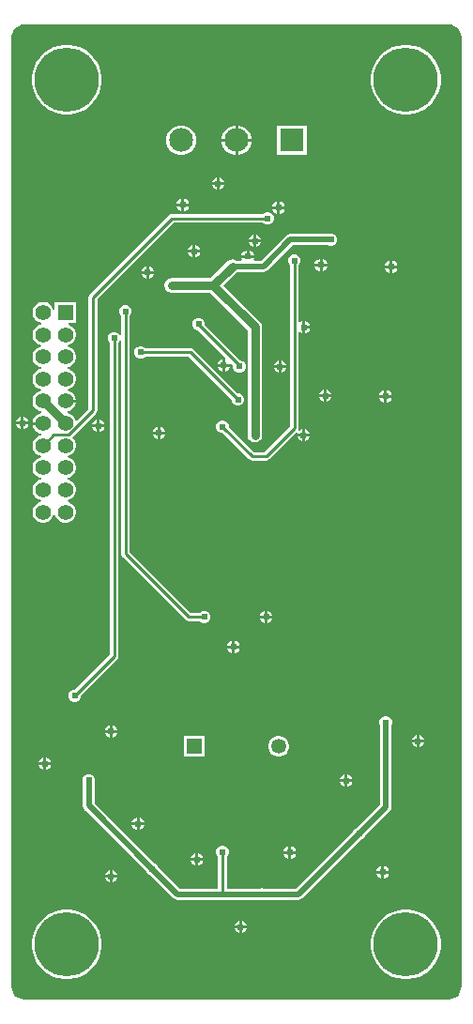
<source format=gbr>
%TF.GenerationSoftware,Altium Limited,Altium Designer,23.10.1 (27)*%
G04 Layer_Physical_Order=2*
G04 Layer_Color=16711680*
%FSLAX45Y45*%
%MOMM*%
%TF.SameCoordinates,69DA4DD4-9858-4DDA-A9D3-A0AF371EC053*%
%TF.FilePolarity,Positive*%
%TF.FileFunction,Copper,L2,Bot,Signal*%
%TF.Part,Single*%
G01*
G75*
%TA.AperFunction,Conductor*%
%ADD30C,0.25400*%
%ADD31C,0.76200*%
%ADD32C,0.50800*%
%TA.AperFunction,ComponentPad*%
%ADD33C,2.15000*%
%ADD34R,2.15000X2.15000*%
%ADD35C,5.80000*%
%ADD36R,1.35000X1.35000*%
%ADD37C,1.35000*%
%ADD38R,1.40000X1.40000*%
%ADD39C,1.40000*%
%TA.AperFunction,ViaPad*%
%ADD40C,0.60960*%
G36*
X3974044Y8795317D02*
X3997157Y8785743D01*
X4017958Y8771845D01*
X4035647Y8754155D01*
X4049546Y8733354D01*
X4059119Y8710242D01*
X4064000Y8685706D01*
Y8673198D01*
Y128637D01*
Y116129D01*
X4059119Y91593D01*
X4049546Y68480D01*
X4035647Y47680D01*
X4017958Y29990D01*
X3997157Y16091D01*
X3974044Y6518D01*
X3949508Y1637D01*
X3937000Y1638D01*
X114492D01*
X89955Y6518D01*
X66843Y16091D01*
X46042Y29990D01*
X28352Y47680D01*
X14454Y68480D01*
X4880Y91593D01*
X0Y116129D01*
Y128638D01*
Y8673198D01*
Y8685706D01*
X4880Y8710242D01*
X14454Y8733354D01*
X28352Y8754155D01*
X46042Y8771845D01*
X66843Y8785743D01*
X89955Y8795317D01*
X114492Y8800198D01*
X3949508D01*
X3974044Y8795317D01*
D02*
G37*
%LPC*%
G36*
X3584822Y8615400D02*
X3535178D01*
X3486144Y8607634D01*
X3438928Y8592292D01*
X3394694Y8569754D01*
X3354531Y8540573D01*
X3319426Y8505469D01*
X3290246Y8465306D01*
X3267707Y8421072D01*
X3252366Y8373856D01*
X3244600Y8324822D01*
Y8275178D01*
X3252366Y8226144D01*
X3267707Y8178928D01*
X3290246Y8134694D01*
X3319426Y8094531D01*
X3354531Y8059426D01*
X3394694Y8030246D01*
X3438928Y8007707D01*
X3486144Y7992366D01*
X3535178Y7984600D01*
X3584822D01*
X3633856Y7992366D01*
X3681072Y8007707D01*
X3725306Y8030246D01*
X3765469Y8059426D01*
X3800574Y8094531D01*
X3829754Y8134694D01*
X3852293Y8178928D01*
X3867634Y8226144D01*
X3875400Y8275178D01*
Y8324822D01*
X3867634Y8373856D01*
X3852293Y8421072D01*
X3829754Y8465306D01*
X3800574Y8505469D01*
X3765469Y8540573D01*
X3725306Y8569754D01*
X3681072Y8592292D01*
X3633856Y8607634D01*
X3584822Y8615400D01*
D02*
G37*
G36*
X524822D02*
X475178D01*
X426144Y8607634D01*
X378928Y8592292D01*
X334694Y8569754D01*
X294531Y8540573D01*
X259426Y8505469D01*
X230246Y8465306D01*
X207707Y8421072D01*
X192366Y8373856D01*
X184600Y8324822D01*
Y8275178D01*
X192366Y8226144D01*
X207707Y8178928D01*
X230246Y8134694D01*
X259426Y8094531D01*
X294531Y8059426D01*
X334694Y8030246D01*
X378928Y8007707D01*
X426144Y7992366D01*
X475178Y7984600D01*
X524822D01*
X573856Y7992366D01*
X621072Y8007707D01*
X665306Y8030246D01*
X705469Y8059426D01*
X740574Y8094531D01*
X769754Y8134694D01*
X792293Y8178928D01*
X807634Y8226144D01*
X815400Y8275178D01*
Y8324822D01*
X807634Y8373856D01*
X792293Y8421072D01*
X769754Y8465306D01*
X740574Y8505469D01*
X705469Y8540573D01*
X665306Y8569754D01*
X621072Y8592292D01*
X573856Y8607634D01*
X524822Y8615400D01*
D02*
G37*
G36*
X2049497Y7886300D02*
X2044700D01*
Y7766100D01*
X2164900D01*
Y7770897D01*
X2155843Y7804698D01*
X2138346Y7835003D01*
X2113603Y7859747D01*
X2083298Y7877243D01*
X2049497Y7886300D01*
D02*
G37*
G36*
X2019300D02*
X2014503D01*
X1980702Y7877243D01*
X1950397Y7859747D01*
X1925654Y7835003D01*
X1908157Y7804698D01*
X1899100Y7770897D01*
Y7766100D01*
X2019300D01*
Y7886300D01*
D02*
G37*
G36*
X2664900D02*
X2399100D01*
Y7620500D01*
X2664900D01*
Y7886300D01*
D02*
G37*
G36*
X2164900Y7740700D02*
X2044700D01*
Y7620500D01*
X2049497D01*
X2083298Y7629557D01*
X2113603Y7647054D01*
X2138346Y7671797D01*
X2155843Y7702102D01*
X2164900Y7735904D01*
Y7740700D01*
D02*
G37*
G36*
X2019300D02*
X1899100D01*
Y7735904D01*
X1908157Y7702102D01*
X1925654Y7671797D01*
X1950397Y7647054D01*
X1980702Y7629557D01*
X2014503Y7620500D01*
X2019300D01*
Y7740700D01*
D02*
G37*
G36*
X1549497Y7886300D02*
X1514503D01*
X1480702Y7877243D01*
X1450397Y7859747D01*
X1425653Y7835003D01*
X1408157Y7804698D01*
X1399100Y7770897D01*
Y7735904D01*
X1408157Y7702102D01*
X1425653Y7671797D01*
X1450397Y7647054D01*
X1480702Y7629557D01*
X1514503Y7620500D01*
X1549497D01*
X1583298Y7629557D01*
X1613603Y7647054D01*
X1638346Y7671797D01*
X1655843Y7702102D01*
X1664900Y7735904D01*
Y7770897D01*
X1655843Y7804698D01*
X1638346Y7835003D01*
X1613603Y7859747D01*
X1583298Y7877243D01*
X1549497Y7886300D01*
D02*
G37*
G36*
X1878801Y7418148D02*
Y7375624D01*
X1921325D01*
X1913474Y7394578D01*
X1897755Y7410297D01*
X1878801Y7418148D01*
D02*
G37*
G36*
X1853401D02*
X1834448Y7410297D01*
X1818729Y7394578D01*
X1810878Y7375624D01*
X1853401D01*
Y7418148D01*
D02*
G37*
G36*
X1921325Y7350224D02*
X1878801D01*
Y7307700D01*
X1897755Y7315551D01*
X1913474Y7331271D01*
X1921325Y7350224D01*
D02*
G37*
G36*
X1853401D02*
X1810878D01*
X1818729Y7331271D01*
X1834448Y7315551D01*
X1853401Y7307700D01*
Y7350224D01*
D02*
G37*
G36*
X1561301Y7227648D02*
Y7185124D01*
X1603825D01*
X1595974Y7204078D01*
X1580255Y7219797D01*
X1561301Y7227648D01*
D02*
G37*
G36*
X1535901D02*
X1516948Y7219797D01*
X1501229Y7204078D01*
X1493378Y7185124D01*
X1535901D01*
Y7227648D01*
D02*
G37*
G36*
X2424901Y7202248D02*
Y7159724D01*
X2467425D01*
X2459574Y7178678D01*
X2443855Y7194397D01*
X2424901Y7202248D01*
D02*
G37*
G36*
X2399501D02*
X2380548Y7194397D01*
X2364829Y7178678D01*
X2356978Y7159724D01*
X2399501D01*
Y7202248D01*
D02*
G37*
G36*
X1603825Y7159724D02*
X1561301D01*
Y7117200D01*
X1580255Y7125051D01*
X1595974Y7140771D01*
X1603825Y7159724D01*
D02*
G37*
G36*
X1535901D02*
X1493378D01*
X1501229Y7140771D01*
X1516948Y7125051D01*
X1535901Y7117200D01*
Y7159724D01*
D02*
G37*
G36*
X2467425Y7134324D02*
X2424901D01*
Y7091800D01*
X2443855Y7099651D01*
X2459574Y7115371D01*
X2467425Y7134324D01*
D02*
G37*
G36*
X2399501D02*
X2356978D01*
X2364829Y7115371D01*
X2380548Y7099651D01*
X2399501Y7091800D01*
Y7134324D01*
D02*
G37*
G36*
X2322515Y7104380D02*
X2300285D01*
X2279747Y7095873D01*
X2271220Y7087347D01*
X1447800D01*
X1432934Y7084389D01*
X1420331Y7075969D01*
X709131Y6364769D01*
X700711Y6352166D01*
X697753Y6337300D01*
Y5330775D01*
X590776Y5223797D01*
X578508Y5227084D01*
X575899Y5236823D01*
X563339Y5258577D01*
X545577Y5276339D01*
X523823Y5288898D01*
X506926Y5293426D01*
Y5306574D01*
X523823Y5311102D01*
X545577Y5323661D01*
X563339Y5341423D01*
X575899Y5363177D01*
X582362Y5387300D01*
X487000D01*
Y5412700D01*
X582362D01*
X575899Y5436823D01*
X563339Y5458577D01*
X545577Y5476339D01*
X523823Y5488899D01*
X506927Y5493426D01*
Y5506574D01*
X523823Y5511102D01*
X545577Y5523661D01*
X563339Y5541423D01*
X575899Y5563177D01*
X582400Y5587440D01*
Y5612560D01*
X575899Y5636823D01*
X563339Y5658577D01*
X545577Y5676339D01*
X523823Y5688898D01*
X506926Y5693426D01*
Y5706574D01*
X523823Y5711102D01*
X545577Y5723661D01*
X563339Y5741423D01*
X575899Y5763177D01*
X582400Y5787441D01*
Y5812560D01*
X575899Y5836823D01*
X563339Y5858577D01*
X545577Y5876339D01*
X523823Y5888899D01*
X506926Y5893426D01*
Y5906574D01*
X523823Y5911102D01*
X545577Y5923661D01*
X563339Y5941423D01*
X575899Y5963177D01*
X582400Y5987441D01*
Y6012560D01*
X575899Y6036823D01*
X563339Y6058577D01*
X545577Y6076339D01*
X523823Y6088899D01*
X512621Y6091900D01*
X514293Y6104600D01*
X582400D01*
Y6295400D01*
X391600D01*
Y6227292D01*
X378900Y6225621D01*
X375898Y6236823D01*
X363339Y6258577D01*
X345577Y6276339D01*
X323823Y6288899D01*
X299559Y6295400D01*
X274440D01*
X250177Y6288899D01*
X228423Y6276339D01*
X210661Y6258577D01*
X198101Y6236823D01*
X191600Y6212560D01*
Y6187441D01*
X198101Y6163177D01*
X210661Y6141423D01*
X228423Y6123661D01*
X250177Y6111102D01*
X267073Y6106574D01*
Y6093426D01*
X250177Y6088899D01*
X228423Y6076339D01*
X210661Y6058577D01*
X198101Y6036823D01*
X191600Y6012560D01*
Y5987441D01*
X198101Y5963177D01*
X210661Y5941423D01*
X228423Y5923661D01*
X250177Y5911102D01*
X267074Y5906574D01*
Y5893426D01*
X250177Y5888899D01*
X228423Y5876339D01*
X210661Y5858577D01*
X198101Y5836823D01*
X191600Y5812560D01*
Y5787441D01*
X198101Y5763177D01*
X210661Y5741423D01*
X228423Y5723661D01*
X250177Y5711102D01*
X267074Y5706574D01*
Y5693426D01*
X250177Y5688898D01*
X228423Y5676339D01*
X210661Y5658577D01*
X198101Y5636823D01*
X191600Y5612560D01*
Y5587440D01*
X198101Y5563177D01*
X210661Y5541423D01*
X228423Y5523661D01*
X250177Y5511102D01*
X267073Y5506574D01*
Y5493426D01*
X250177Y5488899D01*
X228423Y5476339D01*
X210661Y5458577D01*
X198101Y5436823D01*
X191600Y5412560D01*
Y5387441D01*
X198101Y5363177D01*
X210661Y5341423D01*
X228423Y5323661D01*
X250177Y5311102D01*
X267074Y5306574D01*
Y5293426D01*
X250177Y5288898D01*
X228423Y5276339D01*
X210661Y5258577D01*
X198101Y5236823D01*
X191638Y5212700D01*
X287000D01*
Y5187300D01*
X191638D01*
X198101Y5163177D01*
X210661Y5141423D01*
X228423Y5123661D01*
X250177Y5111102D01*
X267073Y5106574D01*
Y5093426D01*
X250177Y5088899D01*
X228423Y5076339D01*
X210661Y5058577D01*
X198101Y5036823D01*
X191600Y5012560D01*
Y4987441D01*
X198101Y4963177D01*
X210661Y4941423D01*
X228423Y4923661D01*
X250177Y4911102D01*
X267074Y4906574D01*
Y4893426D01*
X250177Y4888899D01*
X228423Y4876339D01*
X210661Y4858577D01*
X198101Y4836823D01*
X191600Y4812560D01*
Y4787441D01*
X198101Y4763177D01*
X210661Y4741423D01*
X228423Y4723661D01*
X250177Y4711102D01*
X267073Y4706574D01*
Y4693426D01*
X250177Y4688899D01*
X228423Y4676339D01*
X210661Y4658577D01*
X198101Y4636823D01*
X191600Y4612560D01*
Y4587441D01*
X198101Y4563177D01*
X210661Y4541423D01*
X228423Y4523661D01*
X250177Y4511102D01*
X267074Y4506574D01*
Y4493426D01*
X250177Y4488899D01*
X228423Y4476339D01*
X210661Y4458577D01*
X198101Y4436823D01*
X191600Y4412560D01*
Y4387441D01*
X198101Y4363177D01*
X210661Y4341423D01*
X228423Y4323661D01*
X250177Y4311102D01*
X274440Y4304600D01*
X299559D01*
X323823Y4311102D01*
X345577Y4323661D01*
X363339Y4341423D01*
X375898Y4363177D01*
X380426Y4380074D01*
X393574D01*
X398102Y4363177D01*
X410661Y4341423D01*
X428423Y4323661D01*
X450177Y4311102D01*
X474441Y4304600D01*
X499560D01*
X523823Y4311102D01*
X545577Y4323661D01*
X563339Y4341423D01*
X575899Y4363177D01*
X582400Y4387441D01*
Y4412560D01*
X575899Y4436823D01*
X563339Y4458577D01*
X545577Y4476339D01*
X523823Y4488899D01*
X506926Y4493426D01*
Y4506574D01*
X523823Y4511102D01*
X545577Y4523661D01*
X563339Y4541423D01*
X575899Y4563177D01*
X582400Y4587441D01*
Y4612560D01*
X575899Y4636823D01*
X563339Y4658577D01*
X545577Y4676339D01*
X523823Y4688899D01*
X506927Y4693426D01*
Y4706574D01*
X523823Y4711102D01*
X545577Y4723661D01*
X563339Y4741423D01*
X575899Y4763177D01*
X582400Y4787441D01*
Y4812560D01*
X575899Y4836823D01*
X563339Y4858577D01*
X545577Y4876339D01*
X523823Y4888899D01*
X506926Y4893426D01*
Y4906574D01*
X523823Y4911102D01*
X545577Y4923661D01*
X563339Y4941423D01*
X575899Y4963177D01*
X582400Y4987441D01*
Y5012560D01*
X575899Y5036823D01*
X563339Y5058577D01*
X549385Y5072531D01*
X764069Y5287215D01*
X772489Y5299818D01*
X775447Y5314684D01*
Y6321209D01*
X1463891Y7009653D01*
X2271220D01*
X2279747Y7001127D01*
X2300285Y6992620D01*
X2322515D01*
X2343053Y7001127D01*
X2358773Y7016847D01*
X2367280Y7037385D01*
Y7059615D01*
X2358773Y7080153D01*
X2343053Y7095873D01*
X2322515Y7104380D01*
D02*
G37*
G36*
X2209800Y6900524D02*
Y6858000D01*
X2252324D01*
X2244473Y6876953D01*
X2228753Y6892673D01*
X2209800Y6900524D01*
D02*
G37*
G36*
X2184400D02*
X2165447Y6892673D01*
X2149727Y6876953D01*
X2141876Y6858000D01*
X2184400D01*
Y6900524D01*
D02*
G37*
G36*
X2894015Y6913880D02*
X2871785D01*
X2861923Y6909795D01*
X2514600D01*
X2494779Y6905853D01*
X2477975Y6894625D01*
X2251846Y6668495D01*
X2192115D01*
X2183975Y6681195D01*
X2188824Y6692900D01*
X2078376D01*
X2083225Y6681195D01*
X2075085Y6668495D01*
X2030680D01*
X2018676Y6676516D01*
X1993900Y6681444D01*
X1969124Y6676516D01*
X1948119Y6662481D01*
X1946048Y6659382D01*
X1795095Y6508429D01*
X1445862D01*
X1421085Y6503501D01*
X1400081Y6489466D01*
X1386046Y6468461D01*
X1381118Y6443685D01*
X1386046Y6418908D01*
X1400081Y6397904D01*
X1421085Y6383869D01*
X1445862Y6378941D01*
X1795095D01*
X2132356Y6041680D01*
Y5816600D01*
Y5092700D01*
X2137284Y5067924D01*
X2151319Y5046919D01*
X2172324Y5032884D01*
X2197100Y5027956D01*
X2221876Y5032884D01*
X2242881Y5046919D01*
X2256916Y5067924D01*
X2261844Y5092700D01*
Y5816600D01*
Y6068498D01*
X2256916Y6093275D01*
X2242881Y6114279D01*
X1913475Y6443685D01*
X2034695Y6564905D01*
X2273300D01*
X2293121Y6568847D01*
X2309925Y6580075D01*
X2536054Y6806205D01*
X2861923D01*
X2871785Y6802120D01*
X2894015D01*
X2914553Y6810627D01*
X2930273Y6826347D01*
X2938780Y6846885D01*
Y6869115D01*
X2930273Y6889653D01*
X2914553Y6905373D01*
X2894015Y6913880D01*
D02*
G37*
G36*
X2252324Y6832600D02*
X2209800D01*
Y6790076D01*
X2228753Y6797927D01*
X2244473Y6813647D01*
X2252324Y6832600D01*
D02*
G37*
G36*
X2184400D02*
X2141876D01*
X2149727Y6813647D01*
X2165447Y6797927D01*
X2184400Y6790076D01*
Y6832600D01*
D02*
G37*
G36*
X1662901Y6808548D02*
Y6766024D01*
X1705425D01*
X1697574Y6784978D01*
X1681855Y6800697D01*
X1662901Y6808548D01*
D02*
G37*
G36*
X1637501D02*
X1618548Y6800697D01*
X1602829Y6784978D01*
X1594978Y6766024D01*
X1637501D01*
Y6808548D01*
D02*
G37*
G36*
X2146300Y6760824D02*
Y6718300D01*
X2188824D01*
X2180973Y6737253D01*
X2165253Y6752973D01*
X2146300Y6760824D01*
D02*
G37*
G36*
X2120900D02*
X2101947Y6752973D01*
X2086227Y6737253D01*
X2078376Y6718300D01*
X2120900D01*
Y6760824D01*
D02*
G37*
G36*
X1705425Y6740624D02*
X1662901D01*
Y6698100D01*
X1681855Y6705951D01*
X1697574Y6721671D01*
X1705425Y6740624D01*
D02*
G37*
G36*
X1637501D02*
X1594978D01*
X1602829Y6721671D01*
X1618548Y6705951D01*
X1637501Y6698100D01*
Y6740624D01*
D02*
G37*
G36*
X2806700Y6684624D02*
Y6642100D01*
X2849224D01*
X2841373Y6661053D01*
X2825653Y6676773D01*
X2806700Y6684624D01*
D02*
G37*
G36*
X2781300D02*
X2762347Y6676773D01*
X2746627Y6661053D01*
X2738776Y6642100D01*
X2781300D01*
Y6684624D01*
D02*
G37*
G36*
X3440901Y6668848D02*
Y6626324D01*
X3483425D01*
X3475574Y6645278D01*
X3459855Y6660997D01*
X3440901Y6668848D01*
D02*
G37*
G36*
X3415501D02*
X3396548Y6660997D01*
X3380829Y6645278D01*
X3372978Y6626324D01*
X3415501D01*
Y6668848D01*
D02*
G37*
G36*
X1243801Y6618048D02*
Y6575524D01*
X1286325D01*
X1278474Y6594478D01*
X1262755Y6610197D01*
X1243801Y6618048D01*
D02*
G37*
G36*
X1218401D02*
X1199448Y6610197D01*
X1183729Y6594478D01*
X1175878Y6575524D01*
X1218401D01*
Y6618048D01*
D02*
G37*
G36*
X2849224Y6616700D02*
X2806700D01*
Y6574176D01*
X2825653Y6582027D01*
X2841373Y6597747D01*
X2849224Y6616700D01*
D02*
G37*
G36*
X2781300D02*
X2738776D01*
X2746627Y6597747D01*
X2762347Y6582027D01*
X2781300Y6574176D01*
Y6616700D01*
D02*
G37*
G36*
X3483425Y6600924D02*
X3440901D01*
Y6558400D01*
X3459855Y6566251D01*
X3475574Y6581971D01*
X3483425Y6600924D01*
D02*
G37*
G36*
X3415501D02*
X3372978D01*
X3380829Y6581971D01*
X3396548Y6566251D01*
X3415501Y6558400D01*
Y6600924D01*
D02*
G37*
G36*
X1286325Y6550124D02*
X1243801D01*
Y6507600D01*
X1262755Y6515451D01*
X1278474Y6531171D01*
X1286325Y6550124D01*
D02*
G37*
G36*
X1218401D02*
X1175878D01*
X1183729Y6531171D01*
X1199448Y6515451D01*
X1218401Y6507600D01*
Y6550124D01*
D02*
G37*
G36*
X2653501Y6122748D02*
Y6080224D01*
X2696025D01*
X2688174Y6099178D01*
X2672455Y6114897D01*
X2653501Y6122748D01*
D02*
G37*
G36*
X2696025Y6054824D02*
X2653501D01*
Y6012300D01*
X2672455Y6020151D01*
X2688174Y6035871D01*
X2696025Y6054824D01*
D02*
G37*
G36*
X2563815Y6723380D02*
X2541585D01*
X2521047Y6714873D01*
X2505327Y6699153D01*
X2496820Y6678615D01*
Y6656385D01*
X2505327Y6635847D01*
X2513853Y6627320D01*
Y5172291D01*
X2282609Y4941047D01*
X2187791D01*
X1960880Y5167957D01*
Y5180015D01*
X1952373Y5200553D01*
X1936653Y5216273D01*
X1916115Y5224780D01*
X1893885D01*
X1873347Y5216273D01*
X1857627Y5200553D01*
X1849120Y5180015D01*
Y5157785D01*
X1857627Y5137247D01*
X1873347Y5121527D01*
X1893885Y5113020D01*
X1905943D01*
X2144231Y4874731D01*
X2156834Y4866311D01*
X2171700Y4863353D01*
X2298700D01*
X2313566Y4866311D01*
X2326169Y4874731D01*
X2573912Y5122474D01*
X2584678Y5115280D01*
X2580917Y5106200D01*
X2623441D01*
Y5148723D01*
X2604487Y5140872D01*
X2599461Y5135846D01*
X2593873Y5138667D01*
X2588987Y5143333D01*
X2591547Y5156200D01*
Y6019792D01*
X2604247Y6025053D01*
X2609148Y6020151D01*
X2628101Y6012300D01*
Y6067524D01*
Y6122748D01*
X2609148Y6114897D01*
X2604247Y6109995D01*
X2591547Y6115256D01*
Y6627320D01*
X2600073Y6635847D01*
X2608580Y6656385D01*
Y6678615D01*
X2600073Y6699153D01*
X2584353Y6714873D01*
X2563815Y6723380D01*
D02*
G37*
G36*
X1039815Y6266180D02*
X1017585D01*
X997047Y6257673D01*
X981327Y6241953D01*
X972820Y6221415D01*
Y6199185D01*
X981327Y6178647D01*
X989853Y6170120D01*
Y5996708D01*
X977153Y5994182D01*
X974473Y6000653D01*
X958753Y6016373D01*
X938215Y6024880D01*
X915985D01*
X895447Y6016373D01*
X879727Y6000653D01*
X871220Y5980115D01*
Y5957885D01*
X879727Y5937347D01*
X888253Y5928820D01*
Y3114891D01*
X572443Y2799080D01*
X560385D01*
X539847Y2790573D01*
X524127Y2774853D01*
X515620Y2754315D01*
Y2732085D01*
X524127Y2711547D01*
X539847Y2695827D01*
X560385Y2687320D01*
X582615D01*
X603153Y2695827D01*
X618873Y2711547D01*
X627380Y2732085D01*
Y2744143D01*
X954569Y3071331D01*
X962989Y3083934D01*
X965947Y3098800D01*
Y5928820D01*
X974473Y5937347D01*
X977153Y5943818D01*
X989853Y5941292D01*
Y4025900D01*
X992811Y4011034D01*
X1001231Y3998431D01*
X1572731Y3426931D01*
X1585334Y3418511D01*
X1600200Y3415553D01*
X1699720D01*
X1708247Y3407027D01*
X1728785Y3398520D01*
X1751015D01*
X1771553Y3407027D01*
X1787273Y3422747D01*
X1795780Y3443285D01*
Y3465515D01*
X1787273Y3486053D01*
X1771553Y3501773D01*
X1751015Y3510280D01*
X1728785D01*
X1708247Y3501773D01*
X1699720Y3493247D01*
X1616291D01*
X1067547Y4041991D01*
Y6170120D01*
X1076073Y6178647D01*
X1084580Y6199185D01*
Y6221415D01*
X1076073Y6241953D01*
X1060353Y6257673D01*
X1039815Y6266180D01*
D02*
G37*
G36*
X1904201Y5779848D02*
X1885248Y5771997D01*
X1869529Y5756278D01*
X1861678Y5737324D01*
X1904201D01*
Y5779848D01*
D02*
G37*
G36*
X2437601Y5767148D02*
Y5724624D01*
X2480125D01*
X2472274Y5743578D01*
X2456555Y5759297D01*
X2437601Y5767148D01*
D02*
G37*
G36*
X2412201D02*
X2393248Y5759297D01*
X2377529Y5743578D01*
X2369678Y5724624D01*
X2412201D01*
Y5767148D01*
D02*
G37*
G36*
X1972125Y5711924D02*
X1929601D01*
Y5669400D01*
X1948555Y5677251D01*
X1964274Y5692971D01*
X1972125Y5711924D01*
D02*
G37*
G36*
X1904201D02*
X1861678D01*
X1869529Y5692971D01*
X1885248Y5677251D01*
X1904201Y5669400D01*
Y5711924D01*
D02*
G37*
G36*
X1700215Y6151880D02*
X1677985D01*
X1657447Y6143373D01*
X1641727Y6127653D01*
X1633220Y6107115D01*
Y6084885D01*
X1641727Y6064347D01*
X1657447Y6048627D01*
X1677985Y6040120D01*
X1683693D01*
X1931576Y5792237D01*
X1930333Y5788141D01*
X1929601Y5787020D01*
Y5737324D01*
X1979298D01*
X1980418Y5738056D01*
X1984515Y5739298D01*
X2001520Y5722293D01*
Y5703885D01*
X2010027Y5683347D01*
X2025747Y5667627D01*
X2046285Y5659120D01*
X2068515D01*
X2089053Y5667627D01*
X2104773Y5683347D01*
X2113280Y5703885D01*
Y5726115D01*
X2104773Y5746653D01*
X2089053Y5762373D01*
X2068515Y5770880D01*
X2062807D01*
X1744980Y6088707D01*
Y6107115D01*
X1736473Y6127653D01*
X1720753Y6143373D01*
X1700215Y6151880D01*
D02*
G37*
G36*
X2480125Y5699224D02*
X2437601D01*
Y5656700D01*
X2456555Y5664551D01*
X2472274Y5680271D01*
X2480125Y5699224D01*
D02*
G37*
G36*
X2412201D02*
X2369678D01*
X2377529Y5680271D01*
X2393248Y5664551D01*
X2412201Y5656700D01*
Y5699224D01*
D02*
G37*
G36*
X2844800Y5503524D02*
Y5461000D01*
X2887324D01*
X2879473Y5479953D01*
X2863753Y5495673D01*
X2844800Y5503524D01*
D02*
G37*
G36*
X2819400D02*
X2800447Y5495673D01*
X2784727Y5479953D01*
X2776876Y5461000D01*
X2819400D01*
Y5503524D01*
D02*
G37*
G36*
X3390101Y5500448D02*
Y5457924D01*
X3432625D01*
X3424774Y5476878D01*
X3409055Y5492597D01*
X3390101Y5500448D01*
D02*
G37*
G36*
X3364701D02*
X3345748Y5492597D01*
X3330029Y5476878D01*
X3322178Y5457924D01*
X3364701D01*
Y5500448D01*
D02*
G37*
G36*
X2887324Y5435600D02*
X2844800D01*
Y5393076D01*
X2863753Y5400927D01*
X2879473Y5416647D01*
X2887324Y5435600D01*
D02*
G37*
G36*
X2819400D02*
X2776876D01*
X2784727Y5416647D01*
X2800447Y5400927D01*
X2819400Y5393076D01*
Y5435600D01*
D02*
G37*
G36*
X3432625Y5432524D02*
X3390101D01*
Y5390000D01*
X3409055Y5397851D01*
X3424774Y5413571D01*
X3432625Y5432524D01*
D02*
G37*
G36*
X3364701D02*
X3322178D01*
X3330029Y5413571D01*
X3345748Y5397851D01*
X3364701Y5390000D01*
Y5432524D01*
D02*
G37*
G36*
X1179515Y5897880D02*
X1157285D01*
X1136747Y5889373D01*
X1121027Y5873653D01*
X1112520Y5853115D01*
Y5830885D01*
X1121027Y5810347D01*
X1136747Y5794627D01*
X1157285Y5786120D01*
X1179515D01*
X1200053Y5794627D01*
X1208580Y5803153D01*
X1599887D01*
X1988820Y5414221D01*
Y5402162D01*
X1997327Y5381624D01*
X2013047Y5365905D01*
X2033585Y5357397D01*
X2055815D01*
X2076353Y5365905D01*
X2092073Y5381624D01*
X2100580Y5402162D01*
Y5424393D01*
X2092073Y5444931D01*
X2076353Y5460650D01*
X2055815Y5469157D01*
X2043757D01*
X1643446Y5869469D01*
X1630844Y5877889D01*
X1615978Y5880847D01*
X1208580D01*
X1200053Y5889373D01*
X1179515Y5897880D01*
D02*
G37*
G36*
X113501Y5259148D02*
Y5216624D01*
X156025D01*
X148174Y5235578D01*
X132455Y5251297D01*
X113501Y5259148D01*
D02*
G37*
G36*
X88101D02*
X69148Y5251297D01*
X53429Y5235578D01*
X45578Y5216624D01*
X88101D01*
Y5259148D01*
D02*
G37*
G36*
X799301Y5233748D02*
Y5191224D01*
X841825D01*
X833974Y5210178D01*
X818255Y5225897D01*
X799301Y5233748D01*
D02*
G37*
G36*
X773901D02*
X754948Y5225897D01*
X739229Y5210178D01*
X731378Y5191224D01*
X773901D01*
Y5233748D01*
D02*
G37*
G36*
X156025Y5191224D02*
X113501D01*
Y5148700D01*
X132455Y5156551D01*
X148174Y5172271D01*
X156025Y5191224D01*
D02*
G37*
G36*
X88101D02*
X45578D01*
X53429Y5172271D01*
X69148Y5156551D01*
X88101Y5148700D01*
Y5191224D01*
D02*
G37*
G36*
X1345401Y5170248D02*
Y5127724D01*
X1387925D01*
X1380074Y5146678D01*
X1364355Y5162397D01*
X1345401Y5170248D01*
D02*
G37*
G36*
X1320001D02*
X1301048Y5162397D01*
X1285329Y5146678D01*
X1277478Y5127724D01*
X1320001D01*
Y5170248D01*
D02*
G37*
G36*
X841825Y5165824D02*
X799301D01*
Y5123300D01*
X818255Y5131151D01*
X833974Y5146871D01*
X841825Y5165824D01*
D02*
G37*
G36*
X773901D02*
X731378D01*
X739229Y5146871D01*
X754948Y5131151D01*
X773901Y5123300D01*
Y5165824D01*
D02*
G37*
G36*
X2648841Y5148723D02*
Y5106200D01*
X2691364D01*
X2683513Y5125153D01*
X2667794Y5140872D01*
X2648841Y5148723D01*
D02*
G37*
G36*
X1387925Y5102324D02*
X1345401D01*
Y5059800D01*
X1364355Y5067651D01*
X1380074Y5083371D01*
X1387925Y5102324D01*
D02*
G37*
G36*
X1320001D02*
X1277478D01*
X1285329Y5083371D01*
X1301048Y5067651D01*
X1320001Y5059800D01*
Y5102324D01*
D02*
G37*
G36*
X2691364Y5080800D02*
X2648841D01*
Y5038276D01*
X2667794Y5046127D01*
X2683513Y5061846D01*
X2691364Y5080800D01*
D02*
G37*
G36*
X2623441D02*
X2580917D01*
X2588768Y5061846D01*
X2604487Y5046127D01*
X2623441Y5038276D01*
Y5080800D01*
D02*
G37*
G36*
X2311400Y3509624D02*
Y3467100D01*
X2353924D01*
X2346073Y3486053D01*
X2330353Y3501773D01*
X2311400Y3509624D01*
D02*
G37*
G36*
X2286000D02*
X2267047Y3501773D01*
X2251327Y3486053D01*
X2243476Y3467100D01*
X2286000D01*
Y3509624D01*
D02*
G37*
G36*
X2353924Y3441700D02*
X2311400D01*
Y3399176D01*
X2330353Y3407027D01*
X2346073Y3422747D01*
X2353924Y3441700D01*
D02*
G37*
G36*
X2286000D02*
X2243476D01*
X2251327Y3422747D01*
X2267047Y3407027D01*
X2286000Y3399176D01*
Y3441700D01*
D02*
G37*
G36*
X2018501Y3239848D02*
Y3197324D01*
X2061025D01*
X2053174Y3216278D01*
X2037455Y3231997D01*
X2018501Y3239848D01*
D02*
G37*
G36*
X1993101D02*
X1974148Y3231997D01*
X1958429Y3216278D01*
X1950578Y3197324D01*
X1993101D01*
Y3239848D01*
D02*
G37*
G36*
X2061025Y3171924D02*
X2018501D01*
Y3129400D01*
X2037455Y3137251D01*
X2053174Y3152971D01*
X2061025Y3171924D01*
D02*
G37*
G36*
X1993101D02*
X1950578D01*
X1958429Y3152971D01*
X1974148Y3137251D01*
X1993101Y3129400D01*
Y3171924D01*
D02*
G37*
G36*
X913601Y2477848D02*
Y2435324D01*
X956125D01*
X948274Y2454278D01*
X932555Y2469997D01*
X913601Y2477848D01*
D02*
G37*
G36*
X888201D02*
X869248Y2469997D01*
X853529Y2454278D01*
X845678Y2435324D01*
X888201D01*
Y2477848D01*
D02*
G37*
G36*
X956125Y2409924D02*
X913601D01*
Y2367400D01*
X932555Y2375251D01*
X948274Y2390971D01*
X956125Y2409924D01*
D02*
G37*
G36*
X888201D02*
X845678D01*
X853529Y2390971D01*
X869248Y2375251D01*
X888201Y2367400D01*
Y2409924D01*
D02*
G37*
G36*
X3682201Y2388948D02*
Y2346424D01*
X3724725D01*
X3716874Y2365378D01*
X3701155Y2381097D01*
X3682201Y2388948D01*
D02*
G37*
G36*
X3656801D02*
X3637848Y2381097D01*
X3622129Y2365378D01*
X3614278Y2346424D01*
X3656801D01*
Y2388948D01*
D02*
G37*
G36*
X3724725Y2321024D02*
X3682201D01*
Y2278500D01*
X3701155Y2286351D01*
X3716874Y2302071D01*
X3724725Y2321024D01*
D02*
G37*
G36*
X3656801D02*
X3614278D01*
X3622129Y2302071D01*
X3637848Y2286351D01*
X3656801Y2278500D01*
Y2321024D01*
D02*
G37*
G36*
X2424231Y2378900D02*
X2399769D01*
X2376142Y2372569D01*
X2354958Y2360338D01*
X2337662Y2343042D01*
X2325431Y2321858D01*
X2319100Y2298231D01*
Y2273769D01*
X2325431Y2250142D01*
X2337662Y2228958D01*
X2354958Y2211662D01*
X2376142Y2199431D01*
X2399769Y2193100D01*
X2424231D01*
X2447858Y2199431D01*
X2469042Y2211662D01*
X2486338Y2228958D01*
X2498569Y2250142D01*
X2504900Y2273769D01*
Y2298231D01*
X2498569Y2321858D01*
X2486338Y2343042D01*
X2469042Y2360338D01*
X2447858Y2372569D01*
X2424231Y2378900D01*
D02*
G37*
G36*
X1744900D02*
X1559100D01*
Y2193100D01*
X1744900D01*
Y2378900D01*
D02*
G37*
G36*
X316701Y2185748D02*
Y2143224D01*
X359225D01*
X351374Y2162178D01*
X335655Y2177897D01*
X316701Y2185748D01*
D02*
G37*
G36*
X291301D02*
X272348Y2177897D01*
X256629Y2162178D01*
X248778Y2143224D01*
X291301D01*
Y2185748D01*
D02*
G37*
G36*
X359225Y2117824D02*
X316701D01*
Y2075300D01*
X335655Y2083151D01*
X351374Y2098871D01*
X359225Y2117824D01*
D02*
G37*
G36*
X291301D02*
X248778D01*
X256629Y2098871D01*
X272348Y2083151D01*
X291301Y2075300D01*
Y2117824D01*
D02*
G37*
G36*
X3034501Y2033348D02*
Y1990824D01*
X3077025D01*
X3069174Y2009778D01*
X3053455Y2025497D01*
X3034501Y2033348D01*
D02*
G37*
G36*
X3009101D02*
X2990148Y2025497D01*
X2974429Y2009778D01*
X2966578Y1990824D01*
X3009101D01*
Y2033348D01*
D02*
G37*
G36*
X3077025Y1965424D02*
X3034501D01*
Y1922900D01*
X3053455Y1930751D01*
X3069174Y1946471D01*
X3077025Y1965424D01*
D02*
G37*
G36*
X3009101D02*
X2966578D01*
X2974429Y1946471D01*
X2990148Y1930751D01*
X3009101Y1922900D01*
Y1965424D01*
D02*
G37*
G36*
X1155700Y1642724D02*
Y1600200D01*
X1198224D01*
X1190373Y1619153D01*
X1174653Y1634873D01*
X1155700Y1642724D01*
D02*
G37*
G36*
X1130300D02*
X1111347Y1634873D01*
X1095627Y1619153D01*
X1087776Y1600200D01*
X1130300D01*
Y1642724D01*
D02*
G37*
G36*
X1198224Y1574800D02*
X1155700D01*
Y1532276D01*
X1174653Y1540127D01*
X1190373Y1555847D01*
X1198224Y1574800D01*
D02*
G37*
G36*
X1130300D02*
X1087776D01*
X1095627Y1555847D01*
X1111347Y1540127D01*
X1130300Y1532276D01*
Y1574800D01*
D02*
G37*
G36*
X2526501Y1385648D02*
Y1343124D01*
X2569025D01*
X2561174Y1362078D01*
X2545455Y1377797D01*
X2526501Y1385648D01*
D02*
G37*
G36*
X2501101D02*
X2482148Y1377797D01*
X2466429Y1362078D01*
X2458578Y1343124D01*
X2501101D01*
Y1385648D01*
D02*
G37*
G36*
X1688301Y1322148D02*
Y1279624D01*
X1730825D01*
X1722974Y1298578D01*
X1707255Y1314297D01*
X1688301Y1322148D01*
D02*
G37*
G36*
X1662901D02*
X1643948Y1314297D01*
X1628229Y1298578D01*
X1620378Y1279624D01*
X1662901D01*
Y1322148D01*
D02*
G37*
G36*
X2569025Y1317724D02*
X2526501D01*
Y1275200D01*
X2545455Y1283051D01*
X2561174Y1298771D01*
X2569025Y1317724D01*
D02*
G37*
G36*
X2501101D02*
X2458578D01*
X2466429Y1298771D01*
X2482148Y1283051D01*
X2501101Y1275200D01*
Y1317724D01*
D02*
G37*
G36*
X1730825Y1254224D02*
X1688301D01*
Y1211700D01*
X1707255Y1219551D01*
X1722974Y1235271D01*
X1730825Y1254224D01*
D02*
G37*
G36*
X1662901D02*
X1620378D01*
X1628229Y1235271D01*
X1643948Y1219551D01*
X1662901Y1211700D01*
Y1254224D01*
D02*
G37*
G36*
X3364701Y1207848D02*
Y1165324D01*
X3407225D01*
X3399374Y1184278D01*
X3383655Y1199997D01*
X3364701Y1207848D01*
D02*
G37*
G36*
X3339301D02*
X3320348Y1199997D01*
X3304629Y1184278D01*
X3296778Y1165324D01*
X3339301D01*
Y1207848D01*
D02*
G37*
G36*
X913601Y1169748D02*
Y1127224D01*
X956125D01*
X948274Y1146178D01*
X932555Y1161897D01*
X913601Y1169748D01*
D02*
G37*
G36*
X888201D02*
X869248Y1161897D01*
X853529Y1146178D01*
X845678Y1127224D01*
X888201D01*
Y1169748D01*
D02*
G37*
G36*
X3407225Y1139924D02*
X3364701D01*
Y1097400D01*
X3383655Y1105251D01*
X3399374Y1120971D01*
X3407225Y1139924D01*
D02*
G37*
G36*
X3339301D02*
X3296778D01*
X3304629Y1120971D01*
X3320348Y1105251D01*
X3339301Y1097400D01*
Y1139924D01*
D02*
G37*
G36*
X956125Y1101824D02*
X913601D01*
Y1059300D01*
X932555Y1067151D01*
X948274Y1082871D01*
X956125Y1101824D01*
D02*
G37*
G36*
X888201D02*
X845678D01*
X853529Y1082871D01*
X869248Y1067151D01*
X888201Y1059300D01*
Y1101824D01*
D02*
G37*
G36*
X3389315Y2557780D02*
X3367085D01*
X3346547Y2549273D01*
X3330827Y2533553D01*
X3322320Y2513015D01*
Y2490785D01*
X3326405Y2480923D01*
Y1761354D01*
X3115108Y1550058D01*
X3105247Y1545973D01*
X3089527Y1530253D01*
X3085442Y1520392D01*
X2569346Y1004295D01*
X2281577D01*
X2271715Y1008380D01*
X2249485D01*
X2239623Y1004295D01*
X1943847D01*
Y1293320D01*
X1952373Y1301847D01*
X1960880Y1322385D01*
Y1344615D01*
X1952373Y1365153D01*
X1936653Y1380873D01*
X1916115Y1389380D01*
X1893885D01*
X1873347Y1380873D01*
X1857627Y1365153D01*
X1849120Y1344615D01*
Y1322385D01*
X1857627Y1301847D01*
X1866153Y1293320D01*
Y1004295D01*
X1520054D01*
X1321458Y1202892D01*
X1317373Y1212753D01*
X1301653Y1228473D01*
X1291792Y1232558D01*
X750295Y1774054D01*
Y1960223D01*
X754380Y1970085D01*
Y1992315D01*
X745873Y2012853D01*
X730153Y2028573D01*
X709615Y2037080D01*
X687385D01*
X666847Y2028573D01*
X651127Y2012853D01*
X642620Y1992315D01*
Y1970085D01*
X646705Y1960223D01*
Y1752600D01*
X650647Y1732779D01*
X661875Y1715975D01*
X1218542Y1159308D01*
X1222627Y1149447D01*
X1238347Y1133727D01*
X1248208Y1129642D01*
X1461975Y915875D01*
X1478779Y904647D01*
X1498600Y900705D01*
X2239623D01*
X2249485Y896620D01*
X2271715D01*
X2281577Y900705D01*
X2590800D01*
X2610621Y904647D01*
X2627425Y915875D01*
X3158692Y1447142D01*
X3168553Y1451227D01*
X3184273Y1466947D01*
X3188358Y1476808D01*
X3414825Y1703275D01*
X3426053Y1720079D01*
X3429995Y1739900D01*
Y2480923D01*
X3434080Y2490785D01*
Y2513015D01*
X3425573Y2533553D01*
X3409853Y2549273D01*
X3389315Y2557780D01*
D02*
G37*
G36*
X2082001Y712548D02*
Y670024D01*
X2124525D01*
X2116674Y688978D01*
X2100955Y704697D01*
X2082001Y712548D01*
D02*
G37*
G36*
X2056601D02*
X2037648Y704697D01*
X2021929Y688978D01*
X2014078Y670024D01*
X2056601D01*
Y712548D01*
D02*
G37*
G36*
X2124525Y644624D02*
X2082001D01*
Y602100D01*
X2100955Y609951D01*
X2116674Y625671D01*
X2124525Y644624D01*
D02*
G37*
G36*
X2056601D02*
X2014078D01*
X2021929Y625671D01*
X2037648Y609951D01*
X2056601Y602100D01*
Y644624D01*
D02*
G37*
G36*
X3584822Y815400D02*
X3535178D01*
X3486144Y807634D01*
X3438928Y792293D01*
X3394694Y769754D01*
X3354531Y740574D01*
X3319426Y705469D01*
X3290246Y665306D01*
X3267707Y621072D01*
X3252366Y573856D01*
X3244600Y524822D01*
Y475178D01*
X3252366Y426144D01*
X3267707Y378928D01*
X3290246Y334694D01*
X3319426Y294531D01*
X3354531Y259426D01*
X3394694Y230246D01*
X3438928Y207707D01*
X3486144Y192366D01*
X3535178Y184600D01*
X3584822D01*
X3633856Y192366D01*
X3681072Y207707D01*
X3725306Y230246D01*
X3765469Y259426D01*
X3800574Y294531D01*
X3829754Y334694D01*
X3852293Y378928D01*
X3867634Y426144D01*
X3875400Y475178D01*
Y524822D01*
X3867634Y573856D01*
X3852293Y621072D01*
X3829754Y665306D01*
X3800574Y705469D01*
X3765469Y740574D01*
X3725306Y769754D01*
X3681072Y792293D01*
X3633856Y807634D01*
X3584822Y815400D01*
D02*
G37*
G36*
X524822D02*
X475178D01*
X426144Y807634D01*
X378928Y792293D01*
X334694Y769754D01*
X294531Y740574D01*
X259426Y705469D01*
X230246Y665306D01*
X207707Y621072D01*
X192366Y573856D01*
X184600Y524822D01*
Y475178D01*
X192366Y426144D01*
X207707Y378928D01*
X230246Y334694D01*
X259426Y294531D01*
X294531Y259426D01*
X334694Y230246D01*
X378928Y207707D01*
X426144Y192366D01*
X475178Y184600D01*
X524822D01*
X573856Y192366D01*
X621072Y207707D01*
X665306Y230246D01*
X705469Y259426D01*
X740574Y294531D01*
X769754Y334694D01*
X792293Y378928D01*
X807634Y426144D01*
X815400Y475178D01*
Y524822D01*
X807634Y573856D01*
X792293Y621072D01*
X769754Y665306D01*
X740574Y705469D01*
X705469Y740574D01*
X665306Y769754D01*
X621072Y792293D01*
X573856Y807634D01*
X524822Y815400D01*
D02*
G37*
%LPD*%
D30*
X1168400Y5842000D02*
X1615978D01*
X2044700Y5413278D01*
X1689100Y6089650D02*
Y6096000D01*
Y6089650D02*
X2057400Y5721350D01*
Y5715000D02*
Y5721350D01*
X1905000Y5168900D02*
X2171700Y4902200D01*
X2298700D01*
X2552700Y5156200D01*
Y6667500D01*
X1028700Y4025900D02*
Y6210300D01*
Y4025900D02*
X1600200Y3454400D01*
X1739900D01*
X927100Y3098800D02*
Y5969000D01*
X571500Y2743200D02*
X927100Y3098800D01*
X1905000Y952500D02*
Y1333500D01*
X517316Y5095400D02*
X736600Y5314684D01*
X382400Y5095400D02*
X517316D01*
X736600Y5314684D02*
Y6337300D01*
X287000Y5000000D02*
X382400Y5095400D01*
X736600Y6337300D02*
X1447800Y7048500D01*
X2311400D01*
D31*
X2197100Y5092700D02*
Y5816600D01*
Y6068498D01*
X1821913Y6443685D02*
X2197100Y6068498D01*
X287000Y5400000D02*
X487000Y5200000D01*
X1821913Y6443685D02*
X1993900Y6615672D01*
X1445862Y6443685D02*
X1821913D01*
X1993900Y6615672D02*
Y6616700D01*
D32*
X2514600Y6858000D02*
X2882900D01*
X1993900Y6616700D02*
X2273300D01*
X2514600Y6858000D01*
X1905000Y952500D02*
X2260600D01*
X1498600D02*
X1905000D01*
X3378200Y1739900D02*
Y2501900D01*
X3136900Y1498600D02*
X3378200Y1739900D01*
X2260600Y952500D02*
X2590800D01*
X3136900Y1498600D01*
X1270000Y1181100D02*
X1498600Y952500D01*
X698500Y1752600D02*
Y1981200D01*
Y1752600D02*
X1270000Y1181100D01*
D33*
X1532000Y7753400D02*
D03*
X2032000D02*
D03*
D34*
X2532000D02*
D03*
D35*
X500000Y500000D02*
D03*
X3560000Y8300000D02*
D03*
Y500000D02*
D03*
X500000Y8300000D02*
D03*
D36*
X1652000Y2286000D02*
D03*
D37*
X2412000D02*
D03*
D38*
X487000Y6200000D02*
D03*
D39*
Y6000000D02*
D03*
Y5800000D02*
D03*
Y5600000D02*
D03*
Y5400000D02*
D03*
Y5200000D02*
D03*
Y5000000D02*
D03*
Y4800000D02*
D03*
X287000Y6200000D02*
D03*
Y6000000D02*
D03*
Y5800000D02*
D03*
Y5600000D02*
D03*
Y5400000D02*
D03*
Y5200000D02*
D03*
Y5000000D02*
D03*
Y4800000D02*
D03*
Y4600000D02*
D03*
X487000D02*
D03*
Y4400000D02*
D03*
X287000D02*
D03*
D40*
X3669501Y2333724D02*
D03*
X3021801Y1978124D02*
D03*
X3352001Y1152624D02*
D03*
X2513801Y1330424D02*
D03*
X2069301Y657324D02*
D03*
X1675601Y1266924D02*
D03*
X900901Y1114524D02*
D03*
X1143000Y1587500D02*
D03*
X304001Y2130524D02*
D03*
X900901Y2422624D02*
D03*
X2298700Y3454400D02*
D03*
X2005801Y3184624D02*
D03*
X2636141Y5093500D02*
D03*
X3377401Y5445224D02*
D03*
X2832100Y5448300D02*
D03*
X1650201Y6753324D02*
D03*
X2640801Y6067524D02*
D03*
X2424901Y5711924D02*
D03*
X1916901Y5724624D02*
D03*
X1332701Y5115024D02*
D03*
X100801Y5203924D02*
D03*
X786601Y5178524D02*
D03*
X1231101Y6562824D02*
D03*
X1548601Y7172424D02*
D03*
X1866101Y7362924D02*
D03*
X2412201Y7147024D02*
D03*
X2133600Y6705600D02*
D03*
X3428201Y6613624D02*
D03*
X2794000Y6629400D02*
D03*
X2044700Y5413277D02*
D03*
X2197100Y6845300D02*
D03*
Y5092700D02*
D03*
X2057400Y5715000D02*
D03*
X1905000Y5168900D02*
D03*
X2552700Y6667500D02*
D03*
X1168400Y5842000D02*
D03*
X1689100Y6096000D02*
D03*
X2882900Y6858000D02*
D03*
X2197100Y5816600D02*
D03*
X1028700Y6210300D02*
D03*
X1739900Y3454400D02*
D03*
X927100Y5969000D02*
D03*
X571500Y2743200D02*
D03*
X1905000Y1333500D02*
D03*
X3378200Y2501900D02*
D03*
X3136900Y1498600D02*
D03*
X2260600Y952500D02*
D03*
X1270000Y1181100D02*
D03*
X698500Y1981200D02*
D03*
X1445862Y6443685D02*
D03*
X1993900Y6616700D02*
D03*
X2311400Y7048500D02*
D03*
X280000Y500000D02*
D03*
X360000Y340000D02*
D03*
X500000Y280000D02*
D03*
X640000Y340000D02*
D03*
X720000Y500000D02*
D03*
X640000Y660000D02*
D03*
X500000Y720000D02*
D03*
X360000Y660000D02*
D03*
X3340000Y8300000D02*
D03*
X3420000Y8140000D02*
D03*
X3560000Y8080000D02*
D03*
X3700000Y8140000D02*
D03*
X3780000Y8300000D02*
D03*
X3700000Y8460000D02*
D03*
X3560000Y8520000D02*
D03*
X3420000Y8460000D02*
D03*
X3340000Y500000D02*
D03*
X3420000Y340000D02*
D03*
X3560000Y280000D02*
D03*
X3700000Y340000D02*
D03*
X3780000Y500000D02*
D03*
X3700000Y660000D02*
D03*
X3560000Y720000D02*
D03*
X3420000Y660000D02*
D03*
X280000Y8300000D02*
D03*
X360000Y8140000D02*
D03*
X500000Y8080000D02*
D03*
X640000Y8140000D02*
D03*
X720000Y8300000D02*
D03*
X640000Y8460000D02*
D03*
X500000Y8520000D02*
D03*
X360000Y8460000D02*
D03*
%TF.MD5,a9e628ac790942de1f5999e82ffad186*%
M02*

</source>
